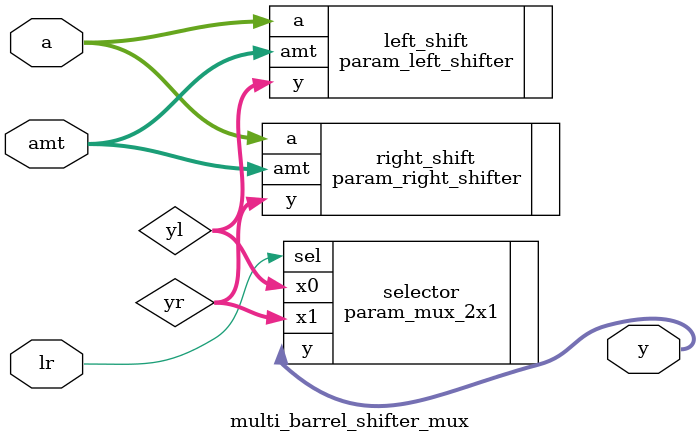
<source format=sv>
`timescale 1ns / 1ps

module multi_barrel_shifter_mux #(parameter N = 3) 
(
    input logic [(2**N)-1:0] a,                     // 7:0 inputs
    input logic [N-1:0] amt,                        // 3:0 selectors
    input logic lr,                                 // left/right bit (left=0) (right=1)
    output logic [(2**N)-1:0] y                     // 7:0 output
);
    
    logic [(2**N)-1:0] yr;                          // wire 7:0 output RIGHT
    logic [(2**N)-1:0] yl;                          // wire 7:0 output LEFT
    
    param_left_shifter #(.N(N)) left_shift
    (
        .a(a),                                      // pls_input = input
        .amt(amt),                                  // pls_select = select
        .y(yl)                                      // pls_output = left output
    );
                        
    param_right_shifter #(.N(N)) right_shift
    (
        .a(a),                                      // prs_input = input
        .amt(amt),                                  // prs_select = select
        .y(yr)                                      // prs_output = right output
    );

    param_mux_2x1 #(.N(N)) selector
    (
        .x0(yl),                                    // mux_input1 = left output
        .x1(yr),                                    // mux_input2 = right output
        .sel(lr),                                   // mux_selector = left/right bit
        .y(y)                                       // mux_output = output
    );                

endmodule

</source>
